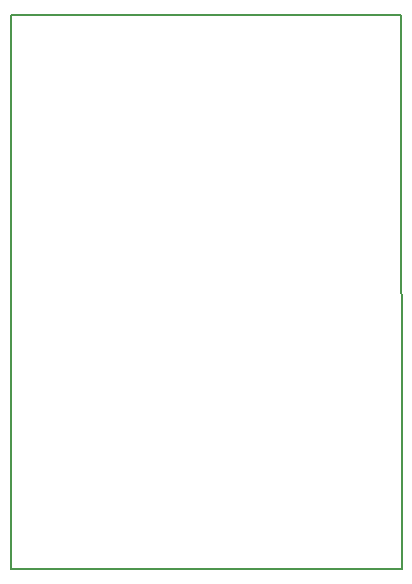
<source format=gbr>
G04 DipTrace 2.4.0.2*
%INBoardOutline.gbr*%
%MOIN*%
%ADD11C,0.0055*%
%FSLAX44Y44*%
G04*
G70*
G90*
G75*
G01*
%LNBoardOutline*%
%LPD*%
X3938Y22425D2*
D11*
X16954Y22420D1*
X16967Y3937D1*
X3937D1*
X3938Y22425D1*
M02*

</source>
